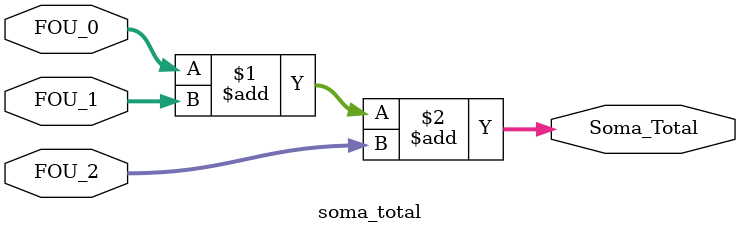
<source format=v>
module soma_total(FOU_0, FOU_1, FOU_2, Soma_Total);

input [8:0] FOU_0, FOU_1, FOU_2;

output [10:0] Soma_Total;					//quantidade de bits alterada dia 19/11

assign Soma_Total = FOU_0[8:0] + FOU_1[8:0] + FOU_2[8:0];

endmodule 
</source>
